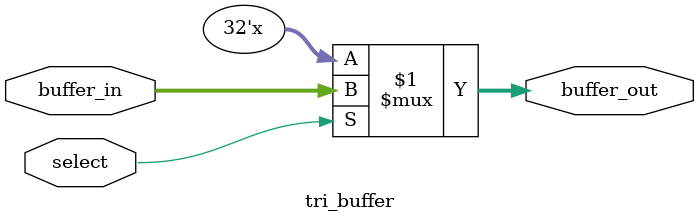
<source format=v>
module tri_buffer(buffer_out, buffer_in, select);
	output [31:0] buffer_out;
	input select;
	input [31:0] buffer_in;
	
	assign buffer_out = select ? buffer_in : 32'bzzzz_zzzz_zzzz_zzzz_zzzz_zzzz_zzzz_zzzz;
endmodule 
</source>
